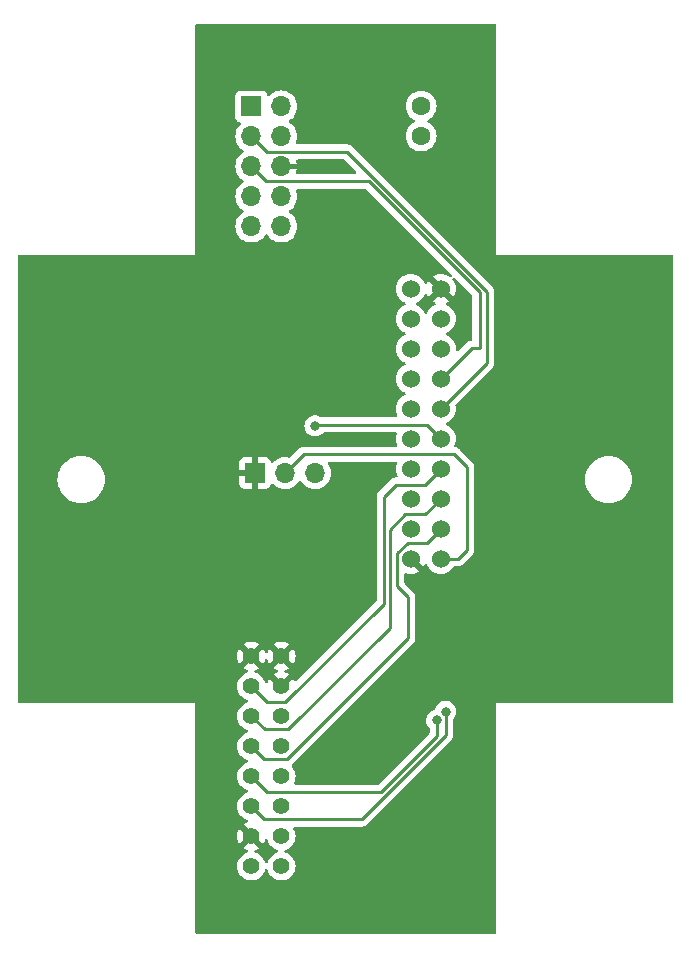
<source format=gbl>
G04 #@! TF.GenerationSoftware,KiCad,Pcbnew,7.0.8-7.0.8~ubuntu22.04.1*
G04 #@! TF.CreationDate,2024-01-26T15:23:50+01:00*
G04 #@! TF.ProjectId,bogie,626f6769-652e-46b6-9963-61645f706362,rev?*
G04 #@! TF.SameCoordinates,Original*
G04 #@! TF.FileFunction,Copper,L2,Bot*
G04 #@! TF.FilePolarity,Positive*
%FSLAX46Y46*%
G04 Gerber Fmt 4.6, Leading zero omitted, Abs format (unit mm)*
G04 Created by KiCad (PCBNEW 7.0.8-7.0.8~ubuntu22.04.1) date 2024-01-26 15:23:50*
%MOMM*%
%LPD*%
G01*
G04 APERTURE LIST*
G04 #@! TA.AperFunction,ComponentPad*
%ADD10C,1.397000*%
G04 #@! TD*
G04 #@! TA.AperFunction,ComponentPad*
%ADD11R,1.700000X1.700000*%
G04 #@! TD*
G04 #@! TA.AperFunction,ComponentPad*
%ADD12O,1.700000X1.700000*%
G04 #@! TD*
G04 #@! TA.AperFunction,ComponentPad*
%ADD13C,1.600200*%
G04 #@! TD*
G04 #@! TA.AperFunction,ComponentPad*
%ADD14C,1.524000*%
G04 #@! TD*
G04 #@! TA.AperFunction,ViaPad*
%ADD15C,0.800000*%
G04 #@! TD*
G04 #@! TA.AperFunction,Conductor*
%ADD16C,0.250000*%
G04 #@! TD*
G04 APERTURE END LIST*
D10*
X94260000Y-74500000D03*
X94260000Y-77040000D03*
X94260000Y-79580000D03*
X94260000Y-82120000D03*
X94260000Y-84660000D03*
X94260000Y-87200000D03*
X94260000Y-89740000D03*
X94260000Y-92280000D03*
X96800000Y-74500000D03*
X96800000Y-77040000D03*
X96800000Y-79580000D03*
X96800000Y-82120000D03*
X96800000Y-84660000D03*
X96800000Y-87200000D03*
X96800000Y-89740000D03*
X96800000Y-92280000D03*
D11*
X94260000Y-27960000D03*
D12*
X96800000Y-27960000D03*
X94260000Y-30500000D03*
X96800000Y-30500000D03*
X94260000Y-33040000D03*
X96800000Y-33040000D03*
X94260000Y-35580000D03*
X96800000Y-35580000D03*
X94260000Y-38120000D03*
X96800000Y-38120000D03*
D11*
X94575000Y-59000000D03*
D12*
X97115000Y-59000000D03*
X99655000Y-59000000D03*
D13*
X108635000Y-30465100D03*
X108635000Y-27925100D03*
D14*
X107760000Y-43400000D03*
X107760000Y-45940000D03*
X107760000Y-48480000D03*
X107760000Y-51020000D03*
X107760000Y-53560000D03*
X107760000Y-56100000D03*
X107760000Y-58640000D03*
X107760000Y-61180000D03*
X107760000Y-63720000D03*
X107760000Y-66260000D03*
X110300000Y-43400000D03*
X110300000Y-45940000D03*
X110300000Y-48480000D03*
X110300000Y-51020000D03*
X110300000Y-53560000D03*
X110300000Y-56100000D03*
X110300000Y-58640000D03*
X110300000Y-61180000D03*
X110300000Y-63720000D03*
X110300000Y-66260000D03*
D15*
X99655000Y-55000000D03*
X123000000Y-52400000D03*
X128900000Y-71500000D03*
X104600000Y-22300000D03*
X106500000Y-89600000D03*
X114300000Y-75000000D03*
X114300000Y-70000000D03*
X96400000Y-47500000D03*
X118900000Y-71500000D03*
X94500000Y-66700000D03*
X123000000Y-42400000D03*
X118000000Y-47400000D03*
X99600000Y-27300000D03*
X101800000Y-44200000D03*
X104600000Y-27300000D03*
X111500000Y-89600000D03*
X118900000Y-66500000D03*
X86400000Y-42500000D03*
X81400000Y-76100000D03*
X91400000Y-42500000D03*
X106500000Y-94600000D03*
X101800000Y-39200000D03*
X128000000Y-47400000D03*
X94500000Y-71700000D03*
X76400000Y-52500000D03*
X128900000Y-66500000D03*
X76400000Y-42500000D03*
X76400000Y-71100000D03*
X101800000Y-49200000D03*
X109300000Y-70000000D03*
X91400000Y-47500000D03*
X111500000Y-94600000D03*
X123900000Y-71500000D03*
X86400000Y-52500000D03*
X76400000Y-76100000D03*
X128000000Y-42400000D03*
X81400000Y-47500000D03*
X123900000Y-66500000D03*
X86400000Y-47500000D03*
X86400000Y-66100000D03*
X118000000Y-42400000D03*
X81400000Y-66100000D03*
X96400000Y-42500000D03*
X128000000Y-52400000D03*
X99500000Y-66700000D03*
X81400000Y-42500000D03*
X109300000Y-75000000D03*
X99600000Y-22300000D03*
X123000000Y-47400000D03*
X81400000Y-71100000D03*
X86400000Y-76100000D03*
X118900000Y-76500000D03*
X81400000Y-52500000D03*
X123900000Y-76500000D03*
X96400000Y-52500000D03*
X91400000Y-52500000D03*
X76400000Y-47500000D03*
X86400000Y-71100000D03*
X99500000Y-71700000D03*
X76400000Y-66100000D03*
X118000000Y-52400000D03*
X128900000Y-76500000D03*
X109975500Y-79925000D03*
X110700000Y-79200000D03*
D16*
X109100000Y-54900000D02*
X99755000Y-54900000D01*
X110300000Y-56100000D02*
X109100000Y-54900000D01*
X99755000Y-54900000D02*
X99655000Y-55000000D01*
X95560000Y-31800000D02*
X102336396Y-31800000D01*
X114200000Y-43663604D02*
X114200000Y-49660000D01*
X102336396Y-31800000D02*
X114200000Y-43663604D01*
X94260000Y-30500000D02*
X95560000Y-31800000D01*
X114200000Y-49660000D02*
X110300000Y-53560000D01*
X94260000Y-33040000D02*
X95520000Y-34300000D01*
X112920000Y-48400000D02*
X110300000Y-51020000D01*
X113600000Y-43700000D02*
X113600000Y-48400000D01*
X113600000Y-48400000D02*
X112920000Y-48400000D01*
X104200000Y-34300000D02*
X113600000Y-43700000D01*
X95520000Y-34300000D02*
X104200000Y-34300000D01*
X111400000Y-57400000D02*
X112500000Y-58500000D01*
X97115000Y-59000000D02*
X98715000Y-57400000D01*
X112500000Y-58500000D02*
X112500000Y-65500000D01*
X111740000Y-66260000D02*
X110300000Y-66260000D01*
X98715000Y-57400000D02*
X111400000Y-57400000D01*
X112500000Y-65500000D02*
X111740000Y-66260000D01*
X95600000Y-86000000D02*
X94260000Y-84660000D01*
X105263604Y-86000000D02*
X95600000Y-86000000D01*
X109975500Y-81288104D02*
X105263604Y-86000000D01*
X109975500Y-79925000D02*
X109975500Y-81288104D01*
X110700000Y-79200000D02*
X110700000Y-81200000D01*
X95360000Y-88300000D02*
X94260000Y-87200000D01*
X110700000Y-81200000D02*
X103600000Y-88300000D01*
X103600000Y-88300000D02*
X95360000Y-88300000D01*
X105500000Y-61000000D02*
X106500000Y-60000000D01*
X95620000Y-78400000D02*
X97150474Y-78400000D01*
X94260000Y-77040000D02*
X95620000Y-78400000D01*
X105500000Y-70050474D02*
X105500000Y-61000000D01*
X106500000Y-60000000D02*
X108940000Y-60000000D01*
X108940000Y-60000000D02*
X110300000Y-58640000D01*
X97150474Y-78400000D02*
X105500000Y-70050474D01*
X108980000Y-62500000D02*
X110300000Y-61180000D01*
X95380000Y-80700000D02*
X97400000Y-80700000D01*
X94260000Y-79580000D02*
X95380000Y-80700000D01*
X97400000Y-80700000D02*
X106000000Y-72100000D01*
X106000000Y-63800000D02*
X107300000Y-62500000D01*
X107300000Y-62500000D02*
X108980000Y-62500000D01*
X106000000Y-72100000D02*
X106000000Y-63800000D01*
X107500000Y-69500000D02*
X106600000Y-68600000D01*
X94260000Y-82120000D02*
X95340000Y-83200000D01*
X95340000Y-83200000D02*
X97300000Y-83200000D01*
X106600000Y-68600000D02*
X106600000Y-65800000D01*
X107500000Y-73000000D02*
X107500000Y-69500000D01*
X109120000Y-64900000D02*
X110300000Y-63720000D01*
X107500000Y-64900000D02*
X109120000Y-64900000D01*
X106600000Y-65800000D02*
X107500000Y-64900000D01*
X97300000Y-83200000D02*
X107500000Y-73000000D01*
G04 #@! TA.AperFunction,Conductor*
G36*
X95267788Y-90394235D02*
G01*
X95267789Y-90394235D01*
X95283349Y-90373632D01*
X95283350Y-90373629D01*
X95382350Y-90174813D01*
X95382352Y-90174808D01*
X95410472Y-90075976D01*
X95447751Y-90016883D01*
X95511061Y-89987325D01*
X95580301Y-89996687D01*
X95633487Y-90041996D01*
X95649005Y-90075975D01*
X95677175Y-90174981D01*
X95677180Y-90174994D01*
X95776222Y-90373896D01*
X95910133Y-90551224D01*
X96074344Y-90700921D01*
X96074346Y-90700923D01*
X96263266Y-90817897D01*
X96263272Y-90817900D01*
X96305693Y-90834333D01*
X96460675Y-90894374D01*
X96516074Y-90936946D01*
X96539665Y-91002713D01*
X96523954Y-91070793D01*
X96473930Y-91119572D01*
X96460684Y-91125621D01*
X96381371Y-91156348D01*
X96263272Y-91202099D01*
X96263266Y-91202102D01*
X96074346Y-91319076D01*
X96074344Y-91319078D01*
X95910133Y-91468775D01*
X95776222Y-91646103D01*
X95677180Y-91845005D01*
X95677174Y-91845020D01*
X95649266Y-91943109D01*
X95611987Y-92002203D01*
X95548677Y-92031760D01*
X95479438Y-92022398D01*
X95426251Y-91977088D01*
X95410734Y-91943109D01*
X95382825Y-91845020D01*
X95382824Y-91845016D01*
X95283778Y-91646104D01*
X95149868Y-91468778D01*
X95149866Y-91468775D01*
X94985655Y-91319078D01*
X94985653Y-91319076D01*
X94796733Y-91202102D01*
X94796727Y-91202099D01*
X94650099Y-91145295D01*
X94598633Y-91125357D01*
X94543232Y-91082785D01*
X94519642Y-91017018D01*
X94535353Y-90948938D01*
X94585377Y-90900159D01*
X94598635Y-90894104D01*
X94796500Y-90817451D01*
X94796509Y-90817447D01*
X94912237Y-90745791D01*
X94912238Y-90745790D01*
X94343398Y-90176950D01*
X94392499Y-90169550D01*
X94513224Y-90111412D01*
X94611450Y-90020272D01*
X94678447Y-89904228D01*
X94696906Y-89823353D01*
X95267788Y-90394235D01*
G37*
G04 #@! TD.AperFunction*
G04 #@! TA.AperFunction,Conductor*
G36*
X95267788Y-75154235D02*
G01*
X95267789Y-75154235D01*
X95283349Y-75133632D01*
X95283350Y-75133629D01*
X95382350Y-74934813D01*
X95382356Y-74934798D01*
X95410734Y-74835061D01*
X95448013Y-74775967D01*
X95511323Y-74746410D01*
X95580562Y-74755772D01*
X95633749Y-74801082D01*
X95649266Y-74835061D01*
X95677643Y-74934798D01*
X95677649Y-74934813D01*
X95776646Y-75133626D01*
X95776651Y-75133634D01*
X95792209Y-75154235D01*
X96360680Y-74585766D01*
X96361749Y-74600028D01*
X96410703Y-74724760D01*
X96494248Y-74829522D01*
X96604960Y-74905004D01*
X96714698Y-74938854D01*
X96147760Y-75505790D01*
X96147761Y-75505791D01*
X96263488Y-75577445D01*
X96263495Y-75577449D01*
X96462058Y-75654373D01*
X96517460Y-75696946D01*
X96541050Y-75762713D01*
X96525339Y-75830794D01*
X96475315Y-75879572D01*
X96462058Y-75885627D01*
X96263497Y-75962549D01*
X96263494Y-75962551D01*
X96147760Y-76034208D01*
X96716602Y-76603049D01*
X96667501Y-76610450D01*
X96546776Y-76668588D01*
X96448550Y-76759728D01*
X96381553Y-76875772D01*
X96363093Y-76956646D01*
X95792210Y-76385762D01*
X95776651Y-76406367D01*
X95776646Y-76406374D01*
X95677649Y-76605186D01*
X95677644Y-76605199D01*
X95649526Y-76704024D01*
X95612246Y-76763117D01*
X95548937Y-76792674D01*
X95479697Y-76783312D01*
X95426511Y-76738002D01*
X95410994Y-76704023D01*
X95382825Y-76605020D01*
X95382824Y-76605016D01*
X95382408Y-76604181D01*
X95283910Y-76406370D01*
X95283778Y-76406104D01*
X95149868Y-76228778D01*
X95149866Y-76228775D01*
X94985655Y-76079078D01*
X94985653Y-76079076D01*
X94796733Y-75962102D01*
X94796727Y-75962099D01*
X94650099Y-75905295D01*
X94598633Y-75885357D01*
X94543232Y-75842785D01*
X94519642Y-75777018D01*
X94535353Y-75708938D01*
X94585377Y-75660159D01*
X94598635Y-75654104D01*
X94796500Y-75577451D01*
X94796509Y-75577447D01*
X94912237Y-75505791D01*
X94912238Y-75505790D01*
X94343398Y-74936950D01*
X94392499Y-74929550D01*
X94513224Y-74871412D01*
X94611450Y-74780272D01*
X94678447Y-74664228D01*
X94696906Y-74583353D01*
X95267788Y-75154235D01*
G37*
G04 #@! TD.AperFunction*
G04 #@! TA.AperFunction,Conductor*
G36*
X111490051Y-42475721D02*
G01*
X111500309Y-42484899D01*
X112938181Y-43922771D01*
X112971666Y-43984094D01*
X112974500Y-44010452D01*
X112974500Y-47652312D01*
X112954815Y-47719351D01*
X112902011Y-47765106D01*
X112854399Y-47776251D01*
X112821374Y-47777289D01*
X112821368Y-47777290D01*
X112802126Y-47782880D01*
X112783087Y-47786823D01*
X112763217Y-47789334D01*
X112763203Y-47789337D01*
X112719883Y-47806488D01*
X112714358Y-47808380D01*
X112669613Y-47821380D01*
X112669610Y-47821381D01*
X112652366Y-47831579D01*
X112634905Y-47840133D01*
X112616274Y-47847510D01*
X112616262Y-47847517D01*
X112578570Y-47874902D01*
X112573687Y-47878109D01*
X112533580Y-47901829D01*
X112519414Y-47915995D01*
X112504624Y-47928627D01*
X112488414Y-47940404D01*
X112488411Y-47940407D01*
X112458710Y-47976309D01*
X112454777Y-47980631D01*
X111771016Y-48664391D01*
X111709693Y-48697876D01*
X111640001Y-48692892D01*
X111584068Y-48651020D01*
X111559651Y-48585556D01*
X111559806Y-48565911D01*
X111567323Y-48480000D01*
X111548070Y-48259932D01*
X111490894Y-48046550D01*
X111397534Y-47846339D01*
X111270826Y-47665380D01*
X111114620Y-47509174D01*
X111114616Y-47509171D01*
X111114615Y-47509170D01*
X110933666Y-47382468D01*
X110933658Y-47382464D01*
X110804811Y-47322382D01*
X110752371Y-47276210D01*
X110733219Y-47209017D01*
X110753435Y-47142135D01*
X110804811Y-47097618D01*
X110810802Y-47094824D01*
X110933662Y-47037534D01*
X111114620Y-46910826D01*
X111270826Y-46754620D01*
X111397534Y-46573662D01*
X111490894Y-46373450D01*
X111548070Y-46160068D01*
X111567323Y-45940000D01*
X111548070Y-45719932D01*
X111490894Y-45506550D01*
X111397534Y-45306339D01*
X111270826Y-45125380D01*
X111114620Y-44969174D01*
X111114616Y-44969171D01*
X111114615Y-44969170D01*
X110933666Y-44842468D01*
X110933658Y-44842464D01*
X110804219Y-44782106D01*
X110751779Y-44735934D01*
X110732627Y-44668741D01*
X110752843Y-44601859D01*
X110804219Y-44557342D01*
X110933408Y-44497100D01*
X110933420Y-44497093D01*
X110998186Y-44451742D01*
X110998187Y-44451740D01*
X110439600Y-43893152D01*
X110444592Y-43892435D01*
X110577470Y-43831752D01*
X110687869Y-43736090D01*
X110766845Y-43613201D01*
X110789522Y-43535968D01*
X111351741Y-44098187D01*
X111351742Y-44098186D01*
X111397093Y-44033420D01*
X111397100Y-44033408D01*
X111490419Y-43833284D01*
X111490424Y-43833270D01*
X111547573Y-43619986D01*
X111547575Y-43619976D01*
X111566821Y-43400000D01*
X111566821Y-43399999D01*
X111547575Y-43180023D01*
X111547573Y-43180013D01*
X111490424Y-42966729D01*
X111490420Y-42966720D01*
X111397099Y-42766591D01*
X111397098Y-42766589D01*
X111311053Y-42643703D01*
X111288726Y-42577497D01*
X111305736Y-42509730D01*
X111356685Y-42461917D01*
X111425394Y-42449239D01*
X111490051Y-42475721D01*
G37*
G04 #@! TD.AperFunction*
G04 #@! TA.AperFunction,Conductor*
G36*
X109833155Y-43613201D02*
G01*
X109912131Y-43736090D01*
X110022530Y-43831752D01*
X110155408Y-43892435D01*
X110160400Y-43893152D01*
X109601811Y-44451741D01*
X109666582Y-44497094D01*
X109666588Y-44497098D01*
X109795781Y-44557342D01*
X109848220Y-44603514D01*
X109867372Y-44670708D01*
X109847156Y-44737589D01*
X109795781Y-44782106D01*
X109666340Y-44842465D01*
X109666338Y-44842466D01*
X109485377Y-44969175D01*
X109329175Y-45125377D01*
X109202466Y-45306338D01*
X109202465Y-45306340D01*
X109142382Y-45435189D01*
X109096209Y-45487628D01*
X109029016Y-45506780D01*
X108962135Y-45486564D01*
X108917618Y-45435189D01*
X108857534Y-45306340D01*
X108857533Y-45306338D01*
X108730827Y-45125381D01*
X108730823Y-45125377D01*
X108574620Y-44969174D01*
X108574616Y-44969171D01*
X108574615Y-44969170D01*
X108393666Y-44842468D01*
X108393658Y-44842464D01*
X108264811Y-44782382D01*
X108212371Y-44736210D01*
X108193219Y-44669017D01*
X108213435Y-44602135D01*
X108264811Y-44557618D01*
X108270802Y-44554824D01*
X108393662Y-44497534D01*
X108574620Y-44370826D01*
X108730826Y-44214620D01*
X108857534Y-44033662D01*
X108917894Y-43904218D01*
X108964066Y-43851779D01*
X109031259Y-43832627D01*
X109098141Y-43852843D01*
X109142658Y-43904219D01*
X109202899Y-44033407D01*
X109202900Y-44033409D01*
X109248258Y-44098187D01*
X109810477Y-43535968D01*
X109833155Y-43613201D01*
G37*
G04 #@! TD.AperFunction*
G04 #@! TA.AperFunction,Conductor*
G36*
X102092983Y-32445185D02*
G01*
X102113625Y-32461819D01*
X103114625Y-33462819D01*
X103148110Y-33524142D01*
X103143126Y-33593834D01*
X103101254Y-33649767D01*
X103035790Y-33674184D01*
X103026944Y-33674500D01*
X98188279Y-33674500D01*
X98121240Y-33654815D01*
X98075485Y-33602011D01*
X98065541Y-33532853D01*
X98071759Y-33508083D01*
X98073432Y-33503485D01*
X98130636Y-33290000D01*
X97233686Y-33290000D01*
X97259493Y-33249844D01*
X97300000Y-33111889D01*
X97300000Y-32968111D01*
X97259493Y-32830156D01*
X97233686Y-32790000D01*
X98130636Y-32790000D01*
X98130636Y-32789999D01*
X98074794Y-32581593D01*
X98076457Y-32511744D01*
X98115619Y-32453881D01*
X98179848Y-32426377D01*
X98194569Y-32425500D01*
X102025944Y-32425500D01*
X102092983Y-32445185D01*
G37*
G04 #@! TD.AperFunction*
G04 #@! TA.AperFunction,Conductor*
G36*
X114943039Y-21019685D02*
G01*
X114988794Y-21072489D01*
X115000000Y-21124000D01*
X115000000Y-40500000D01*
X129876000Y-40500000D01*
X129943039Y-40519685D01*
X129988794Y-40572489D01*
X130000000Y-40624000D01*
X130000000Y-78376000D01*
X129980315Y-78443039D01*
X129927511Y-78488794D01*
X129876000Y-78500000D01*
X115000000Y-78500000D01*
X115000000Y-97876000D01*
X114980315Y-97943039D01*
X114927511Y-97988794D01*
X114876000Y-98000000D01*
X89624000Y-98000000D01*
X89556961Y-97980315D01*
X89511206Y-97927511D01*
X89500000Y-97876000D01*
X89500000Y-78500000D01*
X74624000Y-78500000D01*
X74556961Y-78480315D01*
X74511206Y-78427511D01*
X74500000Y-78376000D01*
X74500000Y-59550001D01*
X77844390Y-59550001D01*
X77864804Y-59835433D01*
X77925628Y-60115037D01*
X77925630Y-60115043D01*
X77925631Y-60115046D01*
X78025633Y-60383161D01*
X78025635Y-60383166D01*
X78162770Y-60634309D01*
X78162775Y-60634317D01*
X78334254Y-60863387D01*
X78334270Y-60863405D01*
X78536594Y-61065729D01*
X78536612Y-61065745D01*
X78765682Y-61237224D01*
X78765690Y-61237229D01*
X79016833Y-61374364D01*
X79016832Y-61374364D01*
X79016836Y-61374365D01*
X79016839Y-61374367D01*
X79284954Y-61474369D01*
X79284960Y-61474370D01*
X79284962Y-61474371D01*
X79564566Y-61535195D01*
X79564568Y-61535195D01*
X79564572Y-61535196D01*
X79778552Y-61550500D01*
X79921448Y-61550500D01*
X80135428Y-61535196D01*
X80415046Y-61474369D01*
X80683161Y-61374367D01*
X80934315Y-61237226D01*
X81163395Y-61065739D01*
X81365739Y-60863395D01*
X81537226Y-60634315D01*
X81674367Y-60383161D01*
X81774369Y-60115046D01*
X81795861Y-60016249D01*
X81835195Y-59835433D01*
X81835195Y-59835432D01*
X81835196Y-59835428D01*
X81855610Y-59550000D01*
X81835196Y-59264572D01*
X81793621Y-59073456D01*
X81774371Y-58984962D01*
X81774370Y-58984960D01*
X81774369Y-58984954D01*
X81674367Y-58716839D01*
X81647088Y-58666882D01*
X81537229Y-58465690D01*
X81537224Y-58465682D01*
X81365745Y-58236612D01*
X81365729Y-58236594D01*
X81163405Y-58034270D01*
X81163387Y-58034254D01*
X80934317Y-57862775D01*
X80934309Y-57862770D01*
X80683166Y-57725635D01*
X80683167Y-57725635D01*
X80520426Y-57664936D01*
X80415046Y-57625631D01*
X80415043Y-57625630D01*
X80415037Y-57625628D01*
X80135433Y-57564804D01*
X79921448Y-57549500D01*
X79778552Y-57549500D01*
X79564566Y-57564804D01*
X79284962Y-57625628D01*
X79016833Y-57725635D01*
X78765690Y-57862770D01*
X78765682Y-57862775D01*
X78536612Y-58034254D01*
X78536594Y-58034270D01*
X78334270Y-58236594D01*
X78334254Y-58236612D01*
X78162775Y-58465682D01*
X78162770Y-58465690D01*
X78025635Y-58716833D01*
X77925628Y-58984962D01*
X77864804Y-59264566D01*
X77844390Y-59549998D01*
X77844390Y-59550001D01*
X74500000Y-59550001D01*
X74500000Y-40624000D01*
X74519685Y-40556961D01*
X74572489Y-40511206D01*
X74624000Y-40500000D01*
X89500000Y-40500000D01*
X89500000Y-38120000D01*
X92904341Y-38120000D01*
X92924936Y-38355403D01*
X92924938Y-38355413D01*
X92986094Y-38583655D01*
X92986096Y-38583659D01*
X92986097Y-38583663D01*
X92990000Y-38592032D01*
X93085965Y-38797830D01*
X93085967Y-38797834D01*
X93194281Y-38952521D01*
X93221505Y-38991401D01*
X93388599Y-39158495D01*
X93485384Y-39226265D01*
X93582165Y-39294032D01*
X93582167Y-39294033D01*
X93582170Y-39294035D01*
X93796337Y-39393903D01*
X94024592Y-39455063D01*
X94212918Y-39471539D01*
X94259999Y-39475659D01*
X94260000Y-39475659D01*
X94260001Y-39475659D01*
X94299234Y-39472226D01*
X94495408Y-39455063D01*
X94723663Y-39393903D01*
X94937830Y-39294035D01*
X95131401Y-39158495D01*
X95298495Y-38991401D01*
X95428425Y-38805842D01*
X95483002Y-38762217D01*
X95552500Y-38755023D01*
X95614855Y-38786546D01*
X95631575Y-38805842D01*
X95761500Y-38991395D01*
X95761505Y-38991401D01*
X95928599Y-39158495D01*
X96025384Y-39226265D01*
X96122165Y-39294032D01*
X96122167Y-39294033D01*
X96122170Y-39294035D01*
X96336337Y-39393903D01*
X96564592Y-39455063D01*
X96752918Y-39471539D01*
X96799999Y-39475659D01*
X96800000Y-39475659D01*
X96800001Y-39475659D01*
X96839234Y-39472226D01*
X97035408Y-39455063D01*
X97263663Y-39393903D01*
X97477830Y-39294035D01*
X97671401Y-39158495D01*
X97838495Y-38991401D01*
X97974035Y-38797830D01*
X98073903Y-38583663D01*
X98135063Y-38355408D01*
X98155659Y-38120000D01*
X98135063Y-37884592D01*
X98073903Y-37656337D01*
X97974035Y-37442171D01*
X97968425Y-37434158D01*
X97838494Y-37248597D01*
X97671402Y-37081506D01*
X97671396Y-37081501D01*
X97485842Y-36951575D01*
X97442217Y-36896998D01*
X97435023Y-36827500D01*
X97466546Y-36765145D01*
X97485842Y-36748425D01*
X97508026Y-36732891D01*
X97671401Y-36618495D01*
X97838495Y-36451401D01*
X97974035Y-36257830D01*
X98073903Y-36043663D01*
X98135063Y-35815408D01*
X98155659Y-35580000D01*
X98135063Y-35344592D01*
X98073903Y-35116337D01*
X98067172Y-35101904D01*
X98056681Y-35032828D01*
X98085201Y-34969044D01*
X98143677Y-34930804D01*
X98179555Y-34925500D01*
X103889548Y-34925500D01*
X103956587Y-34945185D01*
X103977229Y-34961819D01*
X111215101Y-42199691D01*
X111248586Y-42261014D01*
X111243602Y-42330706D01*
X111201730Y-42386639D01*
X111136266Y-42411056D01*
X111067993Y-42396204D01*
X111056296Y-42388947D01*
X110933409Y-42302900D01*
X110933407Y-42302899D01*
X110733284Y-42209580D01*
X110733270Y-42209575D01*
X110519986Y-42152426D01*
X110519976Y-42152424D01*
X110300001Y-42133179D01*
X110299999Y-42133179D01*
X110080023Y-42152424D01*
X110080013Y-42152426D01*
X109866729Y-42209575D01*
X109866720Y-42209579D01*
X109666586Y-42302903D01*
X109601812Y-42348257D01*
X109601811Y-42348258D01*
X110160400Y-42906847D01*
X110155408Y-42907565D01*
X110022530Y-42968248D01*
X109912131Y-43063910D01*
X109833155Y-43186799D01*
X109810477Y-43264030D01*
X109248258Y-42701811D01*
X109248257Y-42701812D01*
X109202903Y-42766586D01*
X109142658Y-42895781D01*
X109096485Y-42948220D01*
X109029292Y-42967372D01*
X108962411Y-42947156D01*
X108917894Y-42895781D01*
X108902906Y-42863639D01*
X108857534Y-42766339D01*
X108730826Y-42585380D01*
X108574620Y-42429174D01*
X108574616Y-42429171D01*
X108574615Y-42429170D01*
X108393666Y-42302468D01*
X108393662Y-42302466D01*
X108393660Y-42302465D01*
X108193450Y-42209106D01*
X108193447Y-42209105D01*
X108193445Y-42209104D01*
X107980070Y-42151930D01*
X107980062Y-42151929D01*
X107760002Y-42132677D01*
X107759998Y-42132677D01*
X107539937Y-42151929D01*
X107539929Y-42151930D01*
X107326554Y-42209104D01*
X107326548Y-42209107D01*
X107126340Y-42302465D01*
X107126338Y-42302466D01*
X106945377Y-42429175D01*
X106789175Y-42585377D01*
X106662466Y-42766338D01*
X106662465Y-42766340D01*
X106569107Y-42966548D01*
X106569104Y-42966554D01*
X106511930Y-43179929D01*
X106511929Y-43179937D01*
X106492677Y-43399997D01*
X106492677Y-43400002D01*
X106511929Y-43620062D01*
X106511930Y-43620070D01*
X106569104Y-43833445D01*
X106569105Y-43833447D01*
X106569106Y-43833450D01*
X106596611Y-43892435D01*
X106662466Y-44033662D01*
X106662468Y-44033666D01*
X106789170Y-44214615D01*
X106789175Y-44214621D01*
X106945378Y-44370824D01*
X106945384Y-44370829D01*
X107126333Y-44497531D01*
X107126335Y-44497532D01*
X107126338Y-44497534D01*
X107245748Y-44553215D01*
X107255189Y-44557618D01*
X107307628Y-44603790D01*
X107326780Y-44670984D01*
X107306564Y-44737865D01*
X107255189Y-44782382D01*
X107126340Y-44842465D01*
X107126338Y-44842466D01*
X106945377Y-44969175D01*
X106789175Y-45125377D01*
X106662466Y-45306338D01*
X106662465Y-45306340D01*
X106569107Y-45506548D01*
X106569104Y-45506554D01*
X106511930Y-45719929D01*
X106511929Y-45719937D01*
X106492677Y-45939997D01*
X106492677Y-45940002D01*
X106511929Y-46160062D01*
X106511930Y-46160070D01*
X106569104Y-46373445D01*
X106569105Y-46373447D01*
X106569106Y-46373450D01*
X106602382Y-46444811D01*
X106662466Y-46573662D01*
X106662468Y-46573666D01*
X106789170Y-46754615D01*
X106789175Y-46754621D01*
X106945378Y-46910824D01*
X106945384Y-46910829D01*
X107126333Y-47037531D01*
X107126335Y-47037532D01*
X107126338Y-47037534D01*
X107245748Y-47093215D01*
X107255189Y-47097618D01*
X107307628Y-47143790D01*
X107326780Y-47210984D01*
X107306564Y-47277865D01*
X107255189Y-47322382D01*
X107126340Y-47382465D01*
X107126338Y-47382466D01*
X106945377Y-47509175D01*
X106789175Y-47665377D01*
X106662466Y-47846338D01*
X106662465Y-47846340D01*
X106569107Y-48046548D01*
X106569104Y-48046554D01*
X106511930Y-48259929D01*
X106511929Y-48259937D01*
X106492677Y-48479997D01*
X106492677Y-48480002D01*
X106511929Y-48700062D01*
X106511930Y-48700070D01*
X106569104Y-48913445D01*
X106569105Y-48913447D01*
X106569106Y-48913450D01*
X106630535Y-49045185D01*
X106662466Y-49113662D01*
X106662468Y-49113666D01*
X106789170Y-49294615D01*
X106789175Y-49294621D01*
X106945378Y-49450824D01*
X106945384Y-49450829D01*
X107126333Y-49577531D01*
X107126335Y-49577532D01*
X107126338Y-49577534D01*
X107233656Y-49627577D01*
X107255189Y-49637618D01*
X107307628Y-49683790D01*
X107326780Y-49750984D01*
X107306564Y-49817865D01*
X107255189Y-49862382D01*
X107126340Y-49922465D01*
X107126338Y-49922466D01*
X106945377Y-50049175D01*
X106789175Y-50205377D01*
X106662466Y-50386338D01*
X106662465Y-50386340D01*
X106569107Y-50586548D01*
X106569104Y-50586554D01*
X106511930Y-50799929D01*
X106511929Y-50799937D01*
X106492677Y-51019997D01*
X106492677Y-51020002D01*
X106511929Y-51240062D01*
X106511930Y-51240070D01*
X106569104Y-51453445D01*
X106569105Y-51453447D01*
X106569106Y-51453450D01*
X106596249Y-51511658D01*
X106662466Y-51653662D01*
X106662468Y-51653666D01*
X106789170Y-51834615D01*
X106789175Y-51834621D01*
X106945378Y-51990824D01*
X106945384Y-51990829D01*
X107126333Y-52117531D01*
X107126335Y-52117532D01*
X107126338Y-52117534D01*
X107245748Y-52173215D01*
X107255189Y-52177618D01*
X107307628Y-52223790D01*
X107326780Y-52290984D01*
X107306564Y-52357865D01*
X107255189Y-52402382D01*
X107126340Y-52462465D01*
X107126338Y-52462466D01*
X106945377Y-52589175D01*
X106789175Y-52745377D01*
X106662466Y-52926338D01*
X106662465Y-52926340D01*
X106569107Y-53126548D01*
X106569104Y-53126554D01*
X106511930Y-53339929D01*
X106511929Y-53339937D01*
X106492677Y-53559997D01*
X106492677Y-53560002D01*
X106511929Y-53780062D01*
X106511930Y-53780070D01*
X106569104Y-53993445D01*
X106569105Y-53993447D01*
X106569106Y-53993450D01*
X106617903Y-54098095D01*
X106628395Y-54167173D01*
X106599875Y-54230957D01*
X106541399Y-54269196D01*
X106505521Y-54274500D01*
X100228747Y-54274500D01*
X100161708Y-54254815D01*
X100155862Y-54250818D01*
X100107734Y-54215851D01*
X100107729Y-54215848D01*
X99934807Y-54138857D01*
X99934802Y-54138855D01*
X99789001Y-54107865D01*
X99749646Y-54099500D01*
X99560354Y-54099500D01*
X99527897Y-54106398D01*
X99375197Y-54138855D01*
X99375192Y-54138857D01*
X99202270Y-54215848D01*
X99202265Y-54215851D01*
X99049129Y-54327111D01*
X98922466Y-54467785D01*
X98827821Y-54631715D01*
X98827818Y-54631722D01*
X98769327Y-54811740D01*
X98769326Y-54811744D01*
X98749540Y-55000000D01*
X98769326Y-55188256D01*
X98769327Y-55188259D01*
X98827818Y-55368277D01*
X98827821Y-55368284D01*
X98922467Y-55532216D01*
X98991010Y-55608340D01*
X99049129Y-55672888D01*
X99202265Y-55784148D01*
X99202270Y-55784151D01*
X99375192Y-55861142D01*
X99375197Y-55861144D01*
X99560354Y-55900500D01*
X99560355Y-55900500D01*
X99749644Y-55900500D01*
X99749646Y-55900500D01*
X99934803Y-55861144D01*
X100107730Y-55784151D01*
X100260871Y-55672888D01*
X100356638Y-55566527D01*
X100416125Y-55529879D01*
X100448788Y-55525500D01*
X106445301Y-55525500D01*
X106512340Y-55545185D01*
X106558095Y-55597989D01*
X106568039Y-55667147D01*
X106565079Y-55681577D01*
X106537595Y-55784151D01*
X106511930Y-55879930D01*
X106511929Y-55879937D01*
X106492677Y-56099997D01*
X106492677Y-56100002D01*
X106511929Y-56320062D01*
X106511930Y-56320070D01*
X106569104Y-56533445D01*
X106569106Y-56533450D01*
X106599251Y-56598097D01*
X106609743Y-56667172D01*
X106581224Y-56730956D01*
X106522747Y-56769196D01*
X106486869Y-56774500D01*
X98797743Y-56774500D01*
X98782122Y-56772775D01*
X98782095Y-56773061D01*
X98774333Y-56772326D01*
X98705172Y-56774500D01*
X98675649Y-56774500D01*
X98668778Y-56775367D01*
X98662959Y-56775825D01*
X98616374Y-56777289D01*
X98616368Y-56777290D01*
X98597126Y-56782880D01*
X98578087Y-56786823D01*
X98558217Y-56789334D01*
X98558203Y-56789337D01*
X98514883Y-56806488D01*
X98509358Y-56808380D01*
X98464613Y-56821380D01*
X98464610Y-56821381D01*
X98447366Y-56831579D01*
X98429905Y-56840133D01*
X98411274Y-56847510D01*
X98411262Y-56847517D01*
X98373570Y-56874902D01*
X98368687Y-56878109D01*
X98328580Y-56901829D01*
X98314414Y-56915995D01*
X98299624Y-56928627D01*
X98283414Y-56940404D01*
X98283411Y-56940407D01*
X98253710Y-56976309D01*
X98249777Y-56980631D01*
X97570646Y-57659762D01*
X97509323Y-57693247D01*
X97450872Y-57691856D01*
X97350413Y-57664938D01*
X97350403Y-57664936D01*
X97115001Y-57644341D01*
X97114999Y-57644341D01*
X96879596Y-57664936D01*
X96879586Y-57664938D01*
X96651344Y-57726094D01*
X96651335Y-57726098D01*
X96437171Y-57825964D01*
X96437169Y-57825965D01*
X96243600Y-57961503D01*
X96121284Y-58083819D01*
X96059961Y-58117303D01*
X95990269Y-58112319D01*
X95934336Y-58070447D01*
X95917421Y-58039470D01*
X95868354Y-57907913D01*
X95868350Y-57907906D01*
X95782190Y-57792812D01*
X95782187Y-57792809D01*
X95667093Y-57706649D01*
X95667086Y-57706645D01*
X95532379Y-57656403D01*
X95532372Y-57656401D01*
X95472844Y-57650000D01*
X94825000Y-57650000D01*
X94825000Y-58564498D01*
X94717315Y-58515320D01*
X94610763Y-58500000D01*
X94539237Y-58500000D01*
X94432685Y-58515320D01*
X94325000Y-58564498D01*
X94325000Y-57650000D01*
X93677155Y-57650000D01*
X93617627Y-57656401D01*
X93617620Y-57656403D01*
X93482913Y-57706645D01*
X93482906Y-57706649D01*
X93367812Y-57792809D01*
X93367809Y-57792812D01*
X93281649Y-57907906D01*
X93281645Y-57907913D01*
X93231403Y-58042620D01*
X93231401Y-58042627D01*
X93225000Y-58102155D01*
X93225000Y-58750000D01*
X94141314Y-58750000D01*
X94115507Y-58790156D01*
X94075000Y-58928111D01*
X94075000Y-59071889D01*
X94115507Y-59209844D01*
X94141314Y-59250000D01*
X93225000Y-59250000D01*
X93225000Y-59897844D01*
X93231401Y-59957372D01*
X93231403Y-59957379D01*
X93281645Y-60092086D01*
X93281649Y-60092093D01*
X93367809Y-60207187D01*
X93367812Y-60207190D01*
X93482906Y-60293350D01*
X93482913Y-60293354D01*
X93617620Y-60343596D01*
X93617627Y-60343598D01*
X93677155Y-60349999D01*
X93677172Y-60350000D01*
X94325000Y-60350000D01*
X94325000Y-59435501D01*
X94432685Y-59484680D01*
X94539237Y-59500000D01*
X94610763Y-59500000D01*
X94717315Y-59484680D01*
X94825000Y-59435501D01*
X94825000Y-60350000D01*
X95472828Y-60350000D01*
X95472844Y-60349999D01*
X95532372Y-60343598D01*
X95532379Y-60343596D01*
X95667086Y-60293354D01*
X95667093Y-60293350D01*
X95782187Y-60207190D01*
X95782190Y-60207187D01*
X95868350Y-60092093D01*
X95868354Y-60092086D01*
X95917422Y-59960529D01*
X95959293Y-59904595D01*
X96024757Y-59880178D01*
X96093030Y-59895030D01*
X96121285Y-59916181D01*
X96243599Y-60038495D01*
X96306393Y-60082464D01*
X96437165Y-60174032D01*
X96437167Y-60174033D01*
X96437170Y-60174035D01*
X96651337Y-60273903D01*
X96879592Y-60335063D01*
X97050319Y-60350000D01*
X97114999Y-60355659D01*
X97115000Y-60355659D01*
X97115001Y-60355659D01*
X97179681Y-60350000D01*
X97350408Y-60335063D01*
X97578663Y-60273903D01*
X97792830Y-60174035D01*
X97986401Y-60038495D01*
X98153495Y-59871401D01*
X98283425Y-59685842D01*
X98338002Y-59642217D01*
X98407500Y-59635023D01*
X98469855Y-59666546D01*
X98486575Y-59685842D01*
X98616500Y-59871395D01*
X98616505Y-59871401D01*
X98783599Y-60038495D01*
X98846393Y-60082464D01*
X98977165Y-60174032D01*
X98977167Y-60174033D01*
X98977170Y-60174035D01*
X99191337Y-60273903D01*
X99419592Y-60335063D01*
X99590319Y-60350000D01*
X99654999Y-60355659D01*
X99655000Y-60355659D01*
X99655001Y-60355659D01*
X99719681Y-60350000D01*
X99890408Y-60335063D01*
X100118663Y-60273903D01*
X100332830Y-60174035D01*
X100526401Y-60038495D01*
X100693495Y-59871401D01*
X100829035Y-59677830D01*
X100928903Y-59463663D01*
X100990063Y-59235408D01*
X101010659Y-59000000D01*
X100990063Y-58764592D01*
X100928903Y-58536337D01*
X100829035Y-58322171D01*
X100809560Y-58294358D01*
X100757931Y-58220623D01*
X100735604Y-58154417D01*
X100752614Y-58086650D01*
X100803562Y-58038837D01*
X100859506Y-58025500D01*
X106458890Y-58025500D01*
X106525929Y-58045185D01*
X106571684Y-58097989D01*
X106581628Y-58167147D01*
X106571273Y-58201903D01*
X106569107Y-58206547D01*
X106569104Y-58206554D01*
X106511930Y-58419929D01*
X106511929Y-58419937D01*
X106492677Y-58639997D01*
X106492677Y-58640002D01*
X106511929Y-58860062D01*
X106511930Y-58860070D01*
X106569104Y-59073445D01*
X106569108Y-59073456D01*
X106626844Y-59197271D01*
X106637336Y-59266348D01*
X106608816Y-59330132D01*
X106550339Y-59368371D01*
X106518359Y-59373614D01*
X106492324Y-59374432D01*
X106490172Y-59374500D01*
X106460649Y-59374500D01*
X106453778Y-59375367D01*
X106447959Y-59375825D01*
X106401374Y-59377289D01*
X106401368Y-59377290D01*
X106382126Y-59382880D01*
X106363087Y-59386823D01*
X106343217Y-59389334D01*
X106343203Y-59389337D01*
X106299883Y-59406488D01*
X106294358Y-59408380D01*
X106249613Y-59421380D01*
X106249610Y-59421381D01*
X106232366Y-59431579D01*
X106214905Y-59440133D01*
X106196274Y-59447510D01*
X106196262Y-59447517D01*
X106158570Y-59474902D01*
X106153687Y-59478109D01*
X106113580Y-59501829D01*
X106099414Y-59515995D01*
X106084624Y-59528627D01*
X106068414Y-59540404D01*
X106068411Y-59540407D01*
X106038710Y-59576309D01*
X106034777Y-59580631D01*
X105116208Y-60499199D01*
X105103951Y-60509020D01*
X105104134Y-60509241D01*
X105098123Y-60514213D01*
X105050772Y-60564636D01*
X105029889Y-60585519D01*
X105029877Y-60585532D01*
X105025621Y-60591017D01*
X105021837Y-60595447D01*
X104989937Y-60629418D01*
X104989936Y-60629420D01*
X104980284Y-60646976D01*
X104969610Y-60663226D01*
X104957329Y-60679061D01*
X104957324Y-60679068D01*
X104938815Y-60721838D01*
X104936245Y-60727084D01*
X104913803Y-60767906D01*
X104908822Y-60787307D01*
X104902521Y-60805710D01*
X104894562Y-60824102D01*
X104894561Y-60824105D01*
X104887271Y-60870127D01*
X104886087Y-60875846D01*
X104874501Y-60920972D01*
X104874500Y-60920982D01*
X104874500Y-60941016D01*
X104872973Y-60960415D01*
X104869840Y-60980194D01*
X104869840Y-60980195D01*
X104874225Y-61026583D01*
X104874500Y-61032421D01*
X104874500Y-69740020D01*
X104854815Y-69807059D01*
X104838181Y-69827701D01*
X98090201Y-76575680D01*
X98028878Y-76609165D01*
X97959186Y-76604181D01*
X97903253Y-76562309D01*
X97891520Y-76543271D01*
X97823351Y-76406370D01*
X97823349Y-76406367D01*
X97807788Y-76385762D01*
X97239319Y-76954231D01*
X97238251Y-76939972D01*
X97189297Y-76815240D01*
X97105752Y-76710478D01*
X96995040Y-76634996D01*
X96885301Y-76601145D01*
X97452238Y-76034208D01*
X97336503Y-75962550D01*
X97336504Y-75962550D01*
X97137941Y-75885627D01*
X97082540Y-75843054D01*
X97058949Y-75777287D01*
X97074660Y-75709207D01*
X97124684Y-75660428D01*
X97137941Y-75654373D01*
X97336503Y-75577450D01*
X97336509Y-75577447D01*
X97452237Y-75505791D01*
X97452238Y-75505790D01*
X96883398Y-74936950D01*
X96932499Y-74929550D01*
X97053224Y-74871412D01*
X97151450Y-74780272D01*
X97218447Y-74664228D01*
X97236906Y-74583353D01*
X97807788Y-75154235D01*
X97807789Y-75154235D01*
X97823349Y-75133632D01*
X97823350Y-75133629D01*
X97922350Y-74934813D01*
X97922356Y-74934798D01*
X97983139Y-74721168D01*
X97983140Y-74721166D01*
X98003634Y-74500000D01*
X98003634Y-74499999D01*
X97983140Y-74278833D01*
X97983139Y-74278831D01*
X97922356Y-74065201D01*
X97922350Y-74065186D01*
X97823351Y-73866370D01*
X97823349Y-73866367D01*
X97807788Y-73845762D01*
X97239319Y-74414232D01*
X97238251Y-74399972D01*
X97189297Y-74275240D01*
X97105752Y-74170478D01*
X96995040Y-74094996D01*
X96885301Y-74061145D01*
X97452238Y-73494208D01*
X97336503Y-73422550D01*
X97336504Y-73422550D01*
X97129392Y-73342315D01*
X96911055Y-73301500D01*
X96688945Y-73301500D01*
X96470607Y-73342315D01*
X96263497Y-73422549D01*
X96263494Y-73422551D01*
X96147760Y-73494208D01*
X96716602Y-74063049D01*
X96667501Y-74070450D01*
X96546776Y-74128588D01*
X96448550Y-74219728D01*
X96381553Y-74335772D01*
X96363093Y-74416645D01*
X95792210Y-73845762D01*
X95776651Y-73866367D01*
X95776646Y-73866374D01*
X95677649Y-74065186D01*
X95677644Y-74065199D01*
X95649266Y-74164939D01*
X95611987Y-74224032D01*
X95548677Y-74253589D01*
X95479437Y-74244227D01*
X95426251Y-74198917D01*
X95410734Y-74164939D01*
X95382355Y-74065199D01*
X95382350Y-74065186D01*
X95283351Y-73866370D01*
X95283349Y-73866367D01*
X95267788Y-73845762D01*
X94699319Y-74414232D01*
X94698251Y-74399972D01*
X94649297Y-74275240D01*
X94565752Y-74170478D01*
X94455040Y-74094996D01*
X94345301Y-74061145D01*
X94912238Y-73494208D01*
X94796503Y-73422550D01*
X94796504Y-73422550D01*
X94589392Y-73342315D01*
X94371055Y-73301500D01*
X94148945Y-73301500D01*
X93930607Y-73342315D01*
X93723497Y-73422549D01*
X93723494Y-73422551D01*
X93607760Y-73494208D01*
X94176602Y-74063049D01*
X94127501Y-74070450D01*
X94006776Y-74128588D01*
X93908550Y-74219728D01*
X93841553Y-74335772D01*
X93823093Y-74416645D01*
X93252210Y-73845762D01*
X93236651Y-73866367D01*
X93236646Y-73866374D01*
X93137649Y-74065186D01*
X93137643Y-74065201D01*
X93076860Y-74278831D01*
X93076859Y-74278833D01*
X93056366Y-74499999D01*
X93056366Y-74500000D01*
X93076859Y-74721166D01*
X93076860Y-74721168D01*
X93137643Y-74934798D01*
X93137649Y-74934813D01*
X93236646Y-75133626D01*
X93236651Y-75133634D01*
X93252209Y-75154235D01*
X93820680Y-74585766D01*
X93821749Y-74600028D01*
X93870703Y-74724760D01*
X93954248Y-74829522D01*
X94064960Y-74905004D01*
X94174698Y-74938854D01*
X93607760Y-75505790D01*
X93607761Y-75505791D01*
X93723488Y-75577445D01*
X93723495Y-75577449D01*
X93921365Y-75654104D01*
X93976766Y-75696677D01*
X94000357Y-75762444D01*
X93984646Y-75830524D01*
X93934622Y-75879303D01*
X93921365Y-75885357D01*
X93723281Y-75962095D01*
X93723266Y-75962102D01*
X93534346Y-76079076D01*
X93534344Y-76079078D01*
X93370133Y-76228775D01*
X93236222Y-76406103D01*
X93137180Y-76605005D01*
X93137174Y-76605020D01*
X93076366Y-76818738D01*
X93076365Y-76818740D01*
X93055863Y-77039999D01*
X93055863Y-77040000D01*
X93076365Y-77261259D01*
X93076366Y-77261261D01*
X93137174Y-77474979D01*
X93137180Y-77474994D01*
X93236222Y-77673896D01*
X93370133Y-77851224D01*
X93534344Y-78000921D01*
X93534346Y-78000923D01*
X93723266Y-78117897D01*
X93723272Y-78117900D01*
X93765693Y-78134333D01*
X93920675Y-78194374D01*
X93976074Y-78236946D01*
X93999665Y-78302713D01*
X93983954Y-78370793D01*
X93933930Y-78419572D01*
X93920684Y-78425621D01*
X93841371Y-78456348D01*
X93723272Y-78502099D01*
X93723266Y-78502102D01*
X93534346Y-78619076D01*
X93534344Y-78619078D01*
X93370133Y-78768775D01*
X93236222Y-78946103D01*
X93137180Y-79145005D01*
X93137174Y-79145020D01*
X93076366Y-79358738D01*
X93076365Y-79358740D01*
X93055863Y-79579999D01*
X93055863Y-79580000D01*
X93076365Y-79801259D01*
X93076366Y-79801261D01*
X93137174Y-80014979D01*
X93137180Y-80014994D01*
X93236222Y-80213896D01*
X93370133Y-80391224D01*
X93534344Y-80540921D01*
X93534346Y-80540923D01*
X93723266Y-80657897D01*
X93723272Y-80657900D01*
X93765693Y-80674333D01*
X93920675Y-80734374D01*
X93976074Y-80776946D01*
X93999665Y-80842713D01*
X93983954Y-80910793D01*
X93933930Y-80959572D01*
X93920684Y-80965621D01*
X93841371Y-80996348D01*
X93723272Y-81042099D01*
X93723266Y-81042102D01*
X93534346Y-81159076D01*
X93534344Y-81159078D01*
X93370133Y-81308775D01*
X93236222Y-81486103D01*
X93137180Y-81685005D01*
X93137174Y-81685020D01*
X93076366Y-81898738D01*
X93076365Y-81898740D01*
X93055863Y-82119999D01*
X93055863Y-82120000D01*
X93076365Y-82341259D01*
X93076366Y-82341261D01*
X93137174Y-82554979D01*
X93137180Y-82554994D01*
X93236222Y-82753896D01*
X93370133Y-82931224D01*
X93534344Y-83080921D01*
X93534346Y-83080923D01*
X93723266Y-83197897D01*
X93723272Y-83197900D01*
X93765693Y-83214333D01*
X93920675Y-83274374D01*
X93976074Y-83316946D01*
X93999665Y-83382713D01*
X93983954Y-83450793D01*
X93933930Y-83499572D01*
X93920684Y-83505621D01*
X93841371Y-83536348D01*
X93723272Y-83582099D01*
X93723266Y-83582102D01*
X93534346Y-83699076D01*
X93534344Y-83699078D01*
X93370133Y-83848775D01*
X93236222Y-84026103D01*
X93137180Y-84225005D01*
X93137174Y-84225020D01*
X93076366Y-84438738D01*
X93076365Y-84438740D01*
X93055863Y-84659999D01*
X93055863Y-84660000D01*
X93076365Y-84881259D01*
X93076366Y-84881261D01*
X93137174Y-85094979D01*
X93137180Y-85094994D01*
X93236222Y-85293896D01*
X93370133Y-85471224D01*
X93534344Y-85620921D01*
X93534346Y-85620923D01*
X93723266Y-85737897D01*
X93723272Y-85737900D01*
X93765693Y-85754333D01*
X93920675Y-85814374D01*
X93976074Y-85856946D01*
X93999665Y-85922713D01*
X93983954Y-85990793D01*
X93933930Y-86039572D01*
X93920684Y-86045621D01*
X93841371Y-86076348D01*
X93723272Y-86122099D01*
X93723266Y-86122102D01*
X93534346Y-86239076D01*
X93534344Y-86239078D01*
X93370133Y-86388775D01*
X93236222Y-86566103D01*
X93137180Y-86765005D01*
X93137174Y-86765020D01*
X93076366Y-86978738D01*
X93076365Y-86978740D01*
X93055863Y-87199999D01*
X93055863Y-87200000D01*
X93076365Y-87421259D01*
X93076366Y-87421261D01*
X93137174Y-87634979D01*
X93137180Y-87634994D01*
X93236222Y-87833896D01*
X93370133Y-88011224D01*
X93534344Y-88160921D01*
X93534346Y-88160923D01*
X93723266Y-88277897D01*
X93723272Y-88277900D01*
X93762684Y-88293168D01*
X93921367Y-88354642D01*
X93976766Y-88397214D01*
X94000357Y-88462981D01*
X93984646Y-88531061D01*
X93934622Y-88579840D01*
X93921365Y-88585894D01*
X93723506Y-88662545D01*
X93723494Y-88662551D01*
X93607760Y-88734208D01*
X94176602Y-89303049D01*
X94127501Y-89310450D01*
X94006776Y-89368588D01*
X93908550Y-89459728D01*
X93841553Y-89575772D01*
X93823093Y-89656645D01*
X93252210Y-89085762D01*
X93236651Y-89106367D01*
X93236646Y-89106374D01*
X93137649Y-89305186D01*
X93137643Y-89305201D01*
X93076860Y-89518831D01*
X93076859Y-89518833D01*
X93056366Y-89739999D01*
X93056366Y-89740000D01*
X93076859Y-89961166D01*
X93076860Y-89961168D01*
X93137643Y-90174798D01*
X93137649Y-90174813D01*
X93236646Y-90373626D01*
X93236651Y-90373634D01*
X93252209Y-90394235D01*
X93820680Y-89825766D01*
X93821749Y-89840028D01*
X93870703Y-89964760D01*
X93954248Y-90069522D01*
X94064960Y-90145004D01*
X94174698Y-90178854D01*
X93607760Y-90745790D01*
X93607761Y-90745791D01*
X93723488Y-90817445D01*
X93723495Y-90817449D01*
X93921365Y-90894104D01*
X93976766Y-90936677D01*
X94000357Y-91002444D01*
X93984646Y-91070524D01*
X93934622Y-91119303D01*
X93921365Y-91125357D01*
X93723281Y-91202095D01*
X93723266Y-91202102D01*
X93534346Y-91319076D01*
X93534344Y-91319078D01*
X93370133Y-91468775D01*
X93236222Y-91646103D01*
X93137180Y-91845005D01*
X93137174Y-91845020D01*
X93076366Y-92058738D01*
X93076365Y-92058740D01*
X93055863Y-92279999D01*
X93055863Y-92280000D01*
X93076365Y-92501259D01*
X93076366Y-92501261D01*
X93137174Y-92714979D01*
X93137180Y-92714994D01*
X93236222Y-92913896D01*
X93370133Y-93091224D01*
X93534344Y-93240921D01*
X93534346Y-93240923D01*
X93723266Y-93357897D01*
X93723272Y-93357900D01*
X93752206Y-93369109D01*
X93930472Y-93438170D01*
X94148896Y-93479000D01*
X94148899Y-93479000D01*
X94371101Y-93479000D01*
X94371104Y-93479000D01*
X94589528Y-93438170D01*
X94796730Y-93357899D01*
X94985655Y-93240922D01*
X95149868Y-93091222D01*
X95283778Y-92913896D01*
X95382824Y-92714984D01*
X95410734Y-92616889D01*
X95448013Y-92557796D01*
X95511323Y-92528239D01*
X95580562Y-92537601D01*
X95633749Y-92582911D01*
X95649266Y-92616890D01*
X95677174Y-92714979D01*
X95677180Y-92714994D01*
X95776222Y-92913896D01*
X95910133Y-93091224D01*
X96074344Y-93240921D01*
X96074346Y-93240923D01*
X96263266Y-93357897D01*
X96263272Y-93357900D01*
X96292206Y-93369109D01*
X96470472Y-93438170D01*
X96688896Y-93479000D01*
X96688899Y-93479000D01*
X96911101Y-93479000D01*
X96911104Y-93479000D01*
X97129528Y-93438170D01*
X97336730Y-93357899D01*
X97525655Y-93240922D01*
X97689868Y-93091222D01*
X97823778Y-92913896D01*
X97922824Y-92714984D01*
X97983634Y-92501260D01*
X98004137Y-92280000D01*
X97983634Y-92058740D01*
X97922824Y-91845016D01*
X97823778Y-91646104D01*
X97689868Y-91468778D01*
X97689866Y-91468775D01*
X97525655Y-91319078D01*
X97525653Y-91319076D01*
X97336733Y-91202102D01*
X97336727Y-91202100D01*
X97139322Y-91125624D01*
X97083925Y-91083054D01*
X97060334Y-91017287D01*
X97076045Y-90949207D01*
X97126069Y-90900428D01*
X97139308Y-90894380D01*
X97336730Y-90817899D01*
X97525655Y-90700922D01*
X97689868Y-90551222D01*
X97823778Y-90373896D01*
X97922824Y-90174984D01*
X97983634Y-89961260D01*
X98004137Y-89740000D01*
X97983634Y-89518740D01*
X97922824Y-89305016D01*
X97823912Y-89106374D01*
X97823115Y-89104772D01*
X97810854Y-89035986D01*
X97837727Y-88971491D01*
X97895203Y-88931764D01*
X97934115Y-88925500D01*
X103517257Y-88925500D01*
X103532877Y-88927224D01*
X103532904Y-88926939D01*
X103540660Y-88927671D01*
X103540667Y-88927673D01*
X103609814Y-88925500D01*
X103639350Y-88925500D01*
X103646228Y-88924630D01*
X103652041Y-88924172D01*
X103698627Y-88922709D01*
X103717869Y-88917117D01*
X103736912Y-88913174D01*
X103756792Y-88910664D01*
X103800122Y-88893507D01*
X103805646Y-88891617D01*
X103809396Y-88890527D01*
X103850390Y-88878618D01*
X103867629Y-88868422D01*
X103885103Y-88859862D01*
X103903727Y-88852488D01*
X103903727Y-88852487D01*
X103903732Y-88852486D01*
X103941449Y-88825082D01*
X103946305Y-88821892D01*
X103986420Y-88798170D01*
X104000589Y-88783999D01*
X104015379Y-88771368D01*
X104031587Y-88759594D01*
X104061299Y-88723676D01*
X104065212Y-88719376D01*
X111083788Y-81700801D01*
X111096042Y-81690986D01*
X111095859Y-81690764D01*
X111101866Y-81685792D01*
X111101877Y-81685786D01*
X111132775Y-81652882D01*
X111149227Y-81635364D01*
X111159671Y-81624918D01*
X111170120Y-81614471D01*
X111174379Y-81608978D01*
X111178152Y-81604561D01*
X111210062Y-81570582D01*
X111219713Y-81553024D01*
X111230396Y-81536761D01*
X111242673Y-81520936D01*
X111261185Y-81478153D01*
X111263738Y-81472941D01*
X111286197Y-81432092D01*
X111291180Y-81412680D01*
X111297481Y-81394280D01*
X111305437Y-81375896D01*
X111312729Y-81329852D01*
X111313906Y-81324171D01*
X111325500Y-81279019D01*
X111325500Y-81258983D01*
X111327027Y-81239582D01*
X111330160Y-81219804D01*
X111325775Y-81173415D01*
X111325500Y-81167577D01*
X111325500Y-79898687D01*
X111345185Y-79831648D01*
X111357350Y-79815715D01*
X111375891Y-79795122D01*
X111432533Y-79732216D01*
X111527179Y-79568284D01*
X111585674Y-79388256D01*
X111605460Y-79200000D01*
X111585674Y-79011744D01*
X111527179Y-78831716D01*
X111432533Y-78667784D01*
X111305871Y-78527112D01*
X111271448Y-78502102D01*
X111152734Y-78415851D01*
X111152729Y-78415848D01*
X110979807Y-78338857D01*
X110979802Y-78338855D01*
X110834001Y-78307865D01*
X110794646Y-78299500D01*
X110605354Y-78299500D01*
X110590238Y-78302713D01*
X110420197Y-78338855D01*
X110420192Y-78338857D01*
X110247270Y-78415848D01*
X110247265Y-78415851D01*
X110094129Y-78527111D01*
X109967466Y-78667785D01*
X109872821Y-78831715D01*
X109872819Y-78831719D01*
X109827061Y-78972549D01*
X109787623Y-79030224D01*
X109734913Y-79055520D01*
X109695694Y-79063856D01*
X109695692Y-79063857D01*
X109522770Y-79140848D01*
X109522765Y-79140851D01*
X109369629Y-79252111D01*
X109242966Y-79392785D01*
X109148321Y-79556715D01*
X109148318Y-79556722D01*
X109129840Y-79613593D01*
X109089826Y-79736744D01*
X109070040Y-79925000D01*
X109089826Y-80113256D01*
X109089827Y-80113259D01*
X109148318Y-80293277D01*
X109148321Y-80293284D01*
X109242967Y-80457216D01*
X109286272Y-80505310D01*
X109318150Y-80540715D01*
X109348380Y-80603706D01*
X109350000Y-80623687D01*
X109350000Y-80977651D01*
X109330315Y-81044690D01*
X109313681Y-81065332D01*
X105040832Y-85338181D01*
X104979509Y-85371666D01*
X104953151Y-85374500D01*
X97983909Y-85374500D01*
X97916870Y-85354815D01*
X97871115Y-85302011D01*
X97861171Y-85232853D01*
X97872909Y-85195228D01*
X97922819Y-85094994D01*
X97922818Y-85094994D01*
X97922824Y-85094984D01*
X97983634Y-84881260D01*
X98004137Y-84660000D01*
X97983634Y-84438740D01*
X97922824Y-84225016D01*
X97823778Y-84026104D01*
X97689868Y-83848778D01*
X97689865Y-83848775D01*
X97688610Y-83847113D01*
X97663918Y-83781752D01*
X97678483Y-83713417D01*
X97699879Y-83684710D01*
X97700590Y-83683999D01*
X97715379Y-83671368D01*
X97731587Y-83659594D01*
X97761299Y-83623676D01*
X97765212Y-83619376D01*
X107883788Y-73500801D01*
X107896042Y-73490986D01*
X107895859Y-73490764D01*
X107901866Y-73485792D01*
X107901877Y-73485786D01*
X107932775Y-73452882D01*
X107949227Y-73435364D01*
X107959671Y-73424918D01*
X107970120Y-73414471D01*
X107974379Y-73408978D01*
X107978152Y-73404561D01*
X108010062Y-73370582D01*
X108019713Y-73353024D01*
X108030396Y-73336761D01*
X108042673Y-73320936D01*
X108061185Y-73278153D01*
X108063738Y-73272941D01*
X108086197Y-73232092D01*
X108091180Y-73212680D01*
X108097481Y-73194280D01*
X108105437Y-73175896D01*
X108112729Y-73129852D01*
X108113906Y-73124171D01*
X108125500Y-73079019D01*
X108125500Y-73058983D01*
X108127027Y-73039582D01*
X108130160Y-73019804D01*
X108125775Y-72973415D01*
X108125500Y-72967577D01*
X108125500Y-69582737D01*
X108127224Y-69567123D01*
X108126938Y-69567096D01*
X108127672Y-69559333D01*
X108125500Y-69490203D01*
X108125500Y-69460651D01*
X108125500Y-69460650D01*
X108124629Y-69453759D01*
X108124172Y-69447945D01*
X108122709Y-69401372D01*
X108117122Y-69382144D01*
X108113174Y-69363084D01*
X108110664Y-69343208D01*
X108093507Y-69299875D01*
X108091619Y-69294359D01*
X108078619Y-69249612D01*
X108068418Y-69232363D01*
X108059860Y-69214894D01*
X108052486Y-69196268D01*
X108052483Y-69196264D01*
X108052483Y-69196263D01*
X108025098Y-69158571D01*
X108021890Y-69153687D01*
X107998172Y-69113582D01*
X107998163Y-69113571D01*
X107984005Y-69099413D01*
X107971370Y-69084620D01*
X107959593Y-69068412D01*
X107923693Y-69038713D01*
X107919381Y-69034790D01*
X107261819Y-68377228D01*
X107228334Y-68315905D01*
X107225500Y-68289547D01*
X107225500Y-67584899D01*
X107245185Y-67517860D01*
X107297989Y-67472105D01*
X107367147Y-67462161D01*
X107381594Y-67465124D01*
X107540017Y-67507574D01*
X107540023Y-67507575D01*
X107759999Y-67526821D01*
X107760001Y-67526821D01*
X107979976Y-67507575D01*
X107979986Y-67507573D01*
X108193270Y-67450424D01*
X108193284Y-67450419D01*
X108393408Y-67357100D01*
X108393420Y-67357093D01*
X108458186Y-67311742D01*
X108458187Y-67311741D01*
X107899598Y-66753152D01*
X107904592Y-66752435D01*
X108037470Y-66691752D01*
X108147869Y-66596090D01*
X108226845Y-66473201D01*
X108249522Y-66395968D01*
X108811741Y-66958187D01*
X108811742Y-66958186D01*
X108857093Y-66893420D01*
X108857100Y-66893408D01*
X108917342Y-66764219D01*
X108963514Y-66711779D01*
X109030707Y-66692627D01*
X109097588Y-66712842D01*
X109142106Y-66764219D01*
X109202464Y-66893658D01*
X109202468Y-66893666D01*
X109329170Y-67074615D01*
X109329175Y-67074621D01*
X109485378Y-67230824D01*
X109485384Y-67230829D01*
X109666333Y-67357531D01*
X109666335Y-67357532D01*
X109666338Y-67357534D01*
X109866550Y-67450894D01*
X110079932Y-67508070D01*
X110237123Y-67521822D01*
X110299998Y-67527323D01*
X110300000Y-67527323D01*
X110300002Y-67527323D01*
X110355017Y-67522509D01*
X110520068Y-67508070D01*
X110733450Y-67450894D01*
X110933662Y-67357534D01*
X111114620Y-67230826D01*
X111270826Y-67074620D01*
X111366225Y-66938376D01*
X111420802Y-66894752D01*
X111467800Y-66885500D01*
X111657257Y-66885500D01*
X111672877Y-66887224D01*
X111672904Y-66886939D01*
X111680660Y-66887671D01*
X111680667Y-66887673D01*
X111749814Y-66885500D01*
X111779350Y-66885500D01*
X111786228Y-66884630D01*
X111792041Y-66884172D01*
X111838627Y-66882709D01*
X111857869Y-66877117D01*
X111876912Y-66873174D01*
X111896792Y-66870664D01*
X111940122Y-66853507D01*
X111945646Y-66851617D01*
X111949396Y-66850527D01*
X111990390Y-66838618D01*
X112007629Y-66828422D01*
X112025103Y-66819862D01*
X112043727Y-66812488D01*
X112043727Y-66812487D01*
X112043732Y-66812486D01*
X112081449Y-66785082D01*
X112086305Y-66781892D01*
X112126420Y-66758170D01*
X112140589Y-66743999D01*
X112155379Y-66731368D01*
X112171587Y-66719594D01*
X112201299Y-66683676D01*
X112205212Y-66679376D01*
X112883787Y-66000802D01*
X112896042Y-65990986D01*
X112895859Y-65990764D01*
X112901866Y-65985792D01*
X112901877Y-65985786D01*
X112932775Y-65952882D01*
X112949227Y-65935364D01*
X112959671Y-65924918D01*
X112970120Y-65914471D01*
X112974379Y-65908978D01*
X112978152Y-65904561D01*
X113010062Y-65870582D01*
X113019713Y-65853024D01*
X113030396Y-65836761D01*
X113042673Y-65820936D01*
X113061185Y-65778153D01*
X113063738Y-65772941D01*
X113086197Y-65732092D01*
X113091180Y-65712680D01*
X113097481Y-65694280D01*
X113105437Y-65675896D01*
X113112729Y-65629852D01*
X113113906Y-65624171D01*
X113125500Y-65579019D01*
X113125500Y-65558983D01*
X113127027Y-65539582D01*
X113130160Y-65519804D01*
X113125775Y-65473415D01*
X113125500Y-65467577D01*
X113125500Y-59550001D01*
X122494390Y-59550001D01*
X122514804Y-59835433D01*
X122575628Y-60115037D01*
X122575630Y-60115043D01*
X122575631Y-60115046D01*
X122675633Y-60383161D01*
X122675635Y-60383166D01*
X122812770Y-60634309D01*
X122812775Y-60634317D01*
X122984254Y-60863387D01*
X122984270Y-60863405D01*
X123186594Y-61065729D01*
X123186612Y-61065745D01*
X123415682Y-61237224D01*
X123415690Y-61237229D01*
X123666833Y-61374364D01*
X123666832Y-61374364D01*
X123666836Y-61374365D01*
X123666839Y-61374367D01*
X123934954Y-61474369D01*
X123934960Y-61474370D01*
X123934962Y-61474371D01*
X124214566Y-61535195D01*
X124214568Y-61535195D01*
X124214572Y-61535196D01*
X124428552Y-61550500D01*
X124571448Y-61550500D01*
X124785428Y-61535196D01*
X125065046Y-61474369D01*
X125333161Y-61374367D01*
X125584315Y-61237226D01*
X125813395Y-61065739D01*
X126015739Y-60863395D01*
X126187226Y-60634315D01*
X126324367Y-60383161D01*
X126424369Y-60115046D01*
X126445861Y-60016249D01*
X126485195Y-59835433D01*
X126485195Y-59835432D01*
X126485196Y-59835428D01*
X126505610Y-59550000D01*
X126485196Y-59264572D01*
X126443621Y-59073456D01*
X126424371Y-58984962D01*
X126424370Y-58984960D01*
X126424369Y-58984954D01*
X126324367Y-58716839D01*
X126297088Y-58666882D01*
X126187229Y-58465690D01*
X126187224Y-58465682D01*
X126015745Y-58236612D01*
X126015729Y-58236594D01*
X125813405Y-58034270D01*
X125813387Y-58034254D01*
X125584317Y-57862775D01*
X125584309Y-57862770D01*
X125333166Y-57725635D01*
X125333167Y-57725635D01*
X125170426Y-57664936D01*
X125065046Y-57625631D01*
X125065043Y-57625630D01*
X125065037Y-57625628D01*
X124785433Y-57564804D01*
X124571448Y-57549500D01*
X124428552Y-57549500D01*
X124214566Y-57564804D01*
X123934962Y-57625628D01*
X123666833Y-57725635D01*
X123415690Y-57862770D01*
X123415682Y-57862775D01*
X123186612Y-58034254D01*
X123186594Y-58034270D01*
X122984270Y-58236594D01*
X122984254Y-58236612D01*
X122812775Y-58465682D01*
X122812770Y-58465690D01*
X122675635Y-58716833D01*
X122575628Y-58984962D01*
X122514804Y-59264566D01*
X122494390Y-59549998D01*
X122494390Y-59550001D01*
X113125500Y-59550001D01*
X113125500Y-58582742D01*
X113127224Y-58567122D01*
X113126939Y-58567096D01*
X113127671Y-58559340D01*
X113127673Y-58559333D01*
X113125500Y-58490185D01*
X113125500Y-58460650D01*
X113124631Y-58453772D01*
X113124172Y-58447943D01*
X113122709Y-58401372D01*
X113117122Y-58382144D01*
X113113174Y-58363084D01*
X113110663Y-58343204D01*
X113093512Y-58299887D01*
X113091619Y-58294358D01*
X113078618Y-58249609D01*
X113078616Y-58249606D01*
X113068423Y-58232371D01*
X113059861Y-58214894D01*
X113052487Y-58196270D01*
X113052486Y-58196268D01*
X113025079Y-58158545D01*
X113021888Y-58153686D01*
X112998172Y-58113583D01*
X112998165Y-58113574D01*
X112984006Y-58099415D01*
X112971368Y-58084619D01*
X112970787Y-58083819D01*
X112959594Y-58068413D01*
X112928415Y-58042620D01*
X112923688Y-58038709D01*
X112919376Y-58034786D01*
X111900803Y-57016212D01*
X111890980Y-57003950D01*
X111890759Y-57004134D01*
X111885786Y-56998123D01*
X111867159Y-56980631D01*
X111835364Y-56950773D01*
X111824919Y-56940328D01*
X111814475Y-56929883D01*
X111808986Y-56925625D01*
X111804561Y-56921847D01*
X111770582Y-56889938D01*
X111770580Y-56889936D01*
X111770577Y-56889935D01*
X111753029Y-56880288D01*
X111736763Y-56869604D01*
X111720933Y-56857325D01*
X111678168Y-56838818D01*
X111672922Y-56836248D01*
X111632093Y-56813803D01*
X111632092Y-56813802D01*
X111612693Y-56808822D01*
X111594281Y-56802518D01*
X111575898Y-56794562D01*
X111575893Y-56794561D01*
X111545881Y-56789807D01*
X111482747Y-56759876D01*
X111445817Y-56700564D01*
X111446816Y-56630702D01*
X111452894Y-56614939D01*
X111490894Y-56533450D01*
X111548070Y-56320068D01*
X111567323Y-56100000D01*
X111548070Y-55879932D01*
X111490894Y-55666550D01*
X111397534Y-55466339D01*
X111270826Y-55285380D01*
X111114620Y-55129174D01*
X111114616Y-55129171D01*
X111114615Y-55129170D01*
X110933666Y-55002468D01*
X110933658Y-55002464D01*
X110804811Y-54942382D01*
X110752371Y-54896210D01*
X110733219Y-54829017D01*
X110753435Y-54762135D01*
X110804811Y-54717618D01*
X110810802Y-54714824D01*
X110933662Y-54657534D01*
X111114620Y-54530826D01*
X111270826Y-54374620D01*
X111397534Y-54193662D01*
X111490894Y-53993450D01*
X111548070Y-53780068D01*
X111567323Y-53560000D01*
X111548070Y-53339932D01*
X111536292Y-53295976D01*
X111537955Y-53226126D01*
X111568384Y-53176204D01*
X114583788Y-50160801D01*
X114596042Y-50150986D01*
X114595859Y-50150764D01*
X114601866Y-50145792D01*
X114601877Y-50145786D01*
X114632775Y-50112882D01*
X114649227Y-50095364D01*
X114659671Y-50084918D01*
X114670120Y-50074471D01*
X114674379Y-50068978D01*
X114678152Y-50064561D01*
X114710062Y-50030582D01*
X114719715Y-50013020D01*
X114730389Y-49996770D01*
X114742673Y-49980936D01*
X114761180Y-49938167D01*
X114763749Y-49932924D01*
X114769499Y-49922465D01*
X114786197Y-49892092D01*
X114791177Y-49872691D01*
X114797478Y-49854288D01*
X114805438Y-49835896D01*
X114812730Y-49789849D01*
X114813911Y-49784152D01*
X114825500Y-49739019D01*
X114825500Y-49718983D01*
X114827027Y-49699582D01*
X114830160Y-49679804D01*
X114825775Y-49633415D01*
X114825500Y-49627577D01*
X114825500Y-43746346D01*
X114827224Y-43730726D01*
X114826939Y-43730699D01*
X114827673Y-43722937D01*
X114825500Y-43653776D01*
X114825500Y-43624260D01*
X114825500Y-43624254D01*
X114824631Y-43617383D01*
X114824173Y-43611556D01*
X114822710Y-43564977D01*
X114817119Y-43545734D01*
X114813173Y-43526682D01*
X114810664Y-43506812D01*
X114793504Y-43463471D01*
X114791624Y-43457983D01*
X114778618Y-43413214D01*
X114768422Y-43395974D01*
X114759861Y-43378498D01*
X114752487Y-43359874D01*
X114752486Y-43359872D01*
X114725079Y-43322149D01*
X114721888Y-43317290D01*
X114698172Y-43277187D01*
X114698165Y-43277178D01*
X114684006Y-43263019D01*
X114671368Y-43248223D01*
X114659594Y-43232017D01*
X114623688Y-43202313D01*
X114619376Y-43198390D01*
X102837199Y-31416212D01*
X102827376Y-31403950D01*
X102827155Y-31404134D01*
X102822182Y-31398123D01*
X102793726Y-31371401D01*
X102771760Y-31350773D01*
X102761315Y-31340328D01*
X102750871Y-31329883D01*
X102745382Y-31325625D01*
X102740957Y-31321847D01*
X102706978Y-31289938D01*
X102706976Y-31289936D01*
X102706973Y-31289935D01*
X102689425Y-31280288D01*
X102673159Y-31269604D01*
X102657329Y-31257325D01*
X102614564Y-31238818D01*
X102609318Y-31236248D01*
X102568489Y-31213803D01*
X102568488Y-31213802D01*
X102549089Y-31208822D01*
X102530677Y-31202518D01*
X102512294Y-31194562D01*
X102512288Y-31194560D01*
X102466270Y-31187272D01*
X102460548Y-31186087D01*
X102415417Y-31174500D01*
X102415415Y-31174500D01*
X102395380Y-31174500D01*
X102375982Y-31172973D01*
X102368558Y-31171797D01*
X102356201Y-31169840D01*
X102356200Y-31169840D01*
X102309812Y-31174225D01*
X102303974Y-31174500D01*
X98170229Y-31174500D01*
X98103190Y-31154815D01*
X98057435Y-31102011D01*
X98047491Y-31032853D01*
X98057847Y-30998096D01*
X98073900Y-30963669D01*
X98073903Y-30963663D01*
X98135063Y-30735408D01*
X98155659Y-30500000D01*
X98152605Y-30465100D01*
X107329432Y-30465100D01*
X107349266Y-30691805D01*
X107349268Y-30691815D01*
X107408164Y-30911623D01*
X107408166Y-30911627D01*
X107408167Y-30911631D01*
X107432430Y-30963663D01*
X107504344Y-31117883D01*
X107504345Y-31117885D01*
X107634873Y-31304298D01*
X107634878Y-31304304D01*
X107795795Y-31465221D01*
X107795801Y-31465226D01*
X107982214Y-31595754D01*
X107982216Y-31595755D01*
X108188469Y-31691933D01*
X108408290Y-31750833D01*
X108589658Y-31766701D01*
X108634999Y-31770668D01*
X108635000Y-31770668D01*
X108635001Y-31770668D01*
X108672785Y-31767362D01*
X108861710Y-31750833D01*
X109081531Y-31691933D01*
X109287784Y-31595755D01*
X109474203Y-31465223D01*
X109635123Y-31304303D01*
X109765655Y-31117884D01*
X109861833Y-30911631D01*
X109920733Y-30691810D01*
X109940568Y-30465100D01*
X109920733Y-30238390D01*
X109861833Y-30018569D01*
X109765655Y-29812316D01*
X109635123Y-29625897D01*
X109474203Y-29464977D01*
X109474201Y-29464976D01*
X109474198Y-29464973D01*
X109287785Y-29334445D01*
X109287783Y-29334444D01*
X109229962Y-29307482D01*
X109177523Y-29261310D01*
X109158371Y-29194116D01*
X109178587Y-29127235D01*
X109229962Y-29082718D01*
X109287784Y-29055755D01*
X109474203Y-28925223D01*
X109635123Y-28764303D01*
X109765655Y-28577884D01*
X109861833Y-28371631D01*
X109920733Y-28151810D01*
X109940568Y-27925100D01*
X109920733Y-27698390D01*
X109861833Y-27478569D01*
X109765655Y-27272316D01*
X109635123Y-27085897D01*
X109474203Y-26924977D01*
X109474201Y-26924976D01*
X109474198Y-26924973D01*
X109287785Y-26794445D01*
X109287783Y-26794444D01*
X109184657Y-26746356D01*
X109081531Y-26698267D01*
X109081527Y-26698266D01*
X109081523Y-26698264D01*
X108861715Y-26639368D01*
X108861705Y-26639366D01*
X108635001Y-26619532D01*
X108634999Y-26619532D01*
X108408294Y-26639366D01*
X108408284Y-26639368D01*
X108188476Y-26698264D01*
X108188467Y-26698268D01*
X107982216Y-26794444D01*
X107982214Y-26794445D01*
X107795801Y-26924973D01*
X107795795Y-26924978D01*
X107634878Y-27085895D01*
X107634873Y-27085901D01*
X107504345Y-27272314D01*
X107504344Y-27272316D01*
X107408168Y-27478567D01*
X107408164Y-27478576D01*
X107349268Y-27698384D01*
X107349266Y-27698394D01*
X107329432Y-27925099D01*
X107329432Y-27925100D01*
X107349266Y-28151805D01*
X107349268Y-28151815D01*
X107408164Y-28371623D01*
X107408166Y-28371627D01*
X107408167Y-28371631D01*
X107432430Y-28423663D01*
X107504344Y-28577883D01*
X107504345Y-28577885D01*
X107634873Y-28764298D01*
X107634878Y-28764304D01*
X107795795Y-28925221D01*
X107795801Y-28925226D01*
X107982214Y-29055754D01*
X107982216Y-29055755D01*
X108040037Y-29082718D01*
X108092476Y-29128891D01*
X108111628Y-29196084D01*
X108091412Y-29262966D01*
X108040037Y-29307482D01*
X107982216Y-29334444D01*
X107982214Y-29334445D01*
X107795801Y-29464973D01*
X107795795Y-29464978D01*
X107634878Y-29625895D01*
X107634873Y-29625901D01*
X107504345Y-29812314D01*
X107504344Y-29812316D01*
X107408168Y-30018567D01*
X107408164Y-30018576D01*
X107349268Y-30238384D01*
X107349266Y-30238394D01*
X107329432Y-30465099D01*
X107329432Y-30465100D01*
X98152605Y-30465100D01*
X98152605Y-30465099D01*
X98135063Y-30264596D01*
X98135063Y-30264592D01*
X98073903Y-30036337D01*
X97974035Y-29822171D01*
X97968425Y-29814158D01*
X97838494Y-29628597D01*
X97671402Y-29461506D01*
X97671396Y-29461501D01*
X97485842Y-29331575D01*
X97442217Y-29276998D01*
X97435023Y-29207500D01*
X97466546Y-29145145D01*
X97485842Y-29128425D01*
X97589625Y-29055755D01*
X97671401Y-28998495D01*
X97838495Y-28831401D01*
X97974035Y-28637830D01*
X98073903Y-28423663D01*
X98135063Y-28195408D01*
X98155659Y-27960000D01*
X98152605Y-27925099D01*
X98135063Y-27724596D01*
X98135063Y-27724592D01*
X98073903Y-27496337D01*
X97974035Y-27282171D01*
X97967135Y-27272316D01*
X97838494Y-27088597D01*
X97671402Y-26921506D01*
X97671395Y-26921501D01*
X97477834Y-26785967D01*
X97477830Y-26785965D01*
X97477828Y-26785964D01*
X97263663Y-26686097D01*
X97263659Y-26686096D01*
X97263655Y-26686094D01*
X97035413Y-26624938D01*
X97035403Y-26624936D01*
X96800001Y-26604341D01*
X96799999Y-26604341D01*
X96564596Y-26624936D01*
X96564586Y-26624938D01*
X96336344Y-26686094D01*
X96336335Y-26686098D01*
X96122171Y-26785964D01*
X96122169Y-26785965D01*
X95928600Y-26921503D01*
X95806673Y-27043430D01*
X95745350Y-27076914D01*
X95675658Y-27071930D01*
X95619725Y-27030058D01*
X95602810Y-26999081D01*
X95553797Y-26867671D01*
X95553793Y-26867664D01*
X95467547Y-26752455D01*
X95467544Y-26752452D01*
X95352335Y-26666206D01*
X95352328Y-26666202D01*
X95217482Y-26615908D01*
X95217483Y-26615908D01*
X95157883Y-26609501D01*
X95157881Y-26609500D01*
X95157873Y-26609500D01*
X95157864Y-26609500D01*
X93362129Y-26609500D01*
X93362123Y-26609501D01*
X93302516Y-26615908D01*
X93167671Y-26666202D01*
X93167664Y-26666206D01*
X93052455Y-26752452D01*
X93052452Y-26752455D01*
X92966206Y-26867664D01*
X92966202Y-26867671D01*
X92915908Y-27002517D01*
X92909501Y-27062116D01*
X92909500Y-27062135D01*
X92909500Y-28857870D01*
X92909501Y-28857876D01*
X92915908Y-28917483D01*
X92966202Y-29052328D01*
X92966206Y-29052335D01*
X93052452Y-29167544D01*
X93052455Y-29167547D01*
X93167664Y-29253793D01*
X93167671Y-29253797D01*
X93299081Y-29302810D01*
X93355015Y-29344681D01*
X93379432Y-29410145D01*
X93364580Y-29478418D01*
X93343430Y-29506673D01*
X93221503Y-29628600D01*
X93085965Y-29822169D01*
X93085964Y-29822171D01*
X92986098Y-30036335D01*
X92986094Y-30036344D01*
X92924938Y-30264586D01*
X92924936Y-30264596D01*
X92904341Y-30499999D01*
X92904341Y-30500000D01*
X92924936Y-30735403D01*
X92924938Y-30735413D01*
X92986094Y-30963655D01*
X92986096Y-30963659D01*
X92986097Y-30963663D01*
X93018361Y-31032853D01*
X93085965Y-31177830D01*
X93085967Y-31177834D01*
X93221501Y-31371395D01*
X93221506Y-31371402D01*
X93388597Y-31538493D01*
X93388603Y-31538498D01*
X93574158Y-31668425D01*
X93617783Y-31723002D01*
X93624977Y-31792500D01*
X93593454Y-31854855D01*
X93574158Y-31871575D01*
X93388597Y-32001505D01*
X93221505Y-32168597D01*
X93085965Y-32362169D01*
X93085964Y-32362171D01*
X92986098Y-32576335D01*
X92986094Y-32576344D01*
X92924938Y-32804586D01*
X92924936Y-32804596D01*
X92904341Y-33039999D01*
X92904341Y-33040000D01*
X92924936Y-33275403D01*
X92924938Y-33275413D01*
X92986094Y-33503655D01*
X92986096Y-33503659D01*
X92986097Y-33503663D01*
X93065760Y-33674500D01*
X93085965Y-33717830D01*
X93085967Y-33717834D01*
X93221501Y-33911395D01*
X93221506Y-33911402D01*
X93388597Y-34078493D01*
X93388603Y-34078498D01*
X93574158Y-34208425D01*
X93617783Y-34263002D01*
X93624977Y-34332500D01*
X93593454Y-34394855D01*
X93574158Y-34411575D01*
X93388597Y-34541505D01*
X93221505Y-34708597D01*
X93085965Y-34902169D01*
X93085964Y-34902171D01*
X92986098Y-35116335D01*
X92986094Y-35116344D01*
X92924938Y-35344586D01*
X92924936Y-35344596D01*
X92904341Y-35579999D01*
X92904341Y-35580000D01*
X92924936Y-35815403D01*
X92924938Y-35815413D01*
X92986094Y-36043655D01*
X92986096Y-36043659D01*
X92986097Y-36043663D01*
X92990000Y-36052032D01*
X93085965Y-36257830D01*
X93085967Y-36257834D01*
X93194281Y-36412521D01*
X93221501Y-36451396D01*
X93221506Y-36451402D01*
X93388597Y-36618493D01*
X93388603Y-36618498D01*
X93574158Y-36748425D01*
X93617783Y-36803002D01*
X93624977Y-36872500D01*
X93593454Y-36934855D01*
X93574158Y-36951575D01*
X93388597Y-37081505D01*
X93221505Y-37248597D01*
X93085965Y-37442169D01*
X93085964Y-37442171D01*
X92986098Y-37656335D01*
X92986094Y-37656344D01*
X92924938Y-37884586D01*
X92924936Y-37884596D01*
X92904341Y-38119999D01*
X92904341Y-38120000D01*
X89500000Y-38120000D01*
X89500000Y-21124000D01*
X89519685Y-21056961D01*
X89572489Y-21011206D01*
X89624000Y-21000000D01*
X114876000Y-21000000D01*
X114943039Y-21019685D01*
G37*
G04 #@! TD.AperFunction*
M02*

</source>
